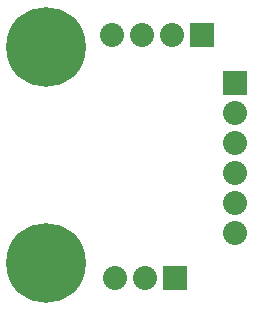
<source format=gbs>
G04 (created by PCBNEW-RS274X (2011-05-25)-stable) date Fri 14 Sep 2012 10:37:43 PM EDT*
G01*
G70*
G90*
%MOIN*%
G04 Gerber Fmt 3.4, Leading zero omitted, Abs format*
%FSLAX34Y34*%
G04 APERTURE LIST*
%ADD10C,0.006000*%
%ADD11C,0.266100*%
%ADD12R,0.080000X0.080000*%
%ADD13C,0.080000*%
G04 APERTURE END LIST*
G54D10*
G54D11*
X59900Y-36500D03*
X59900Y-43700D03*
G54D12*
X64200Y-44200D03*
G54D13*
X63200Y-44200D03*
X62200Y-44200D03*
G54D12*
X65100Y-36100D03*
G54D13*
X64100Y-36100D03*
X63100Y-36100D03*
X62100Y-36100D03*
G54D12*
X66200Y-37700D03*
G54D13*
X66200Y-38700D03*
X66200Y-39700D03*
X66200Y-40700D03*
X66200Y-41700D03*
X66200Y-42700D03*
M02*

</source>
